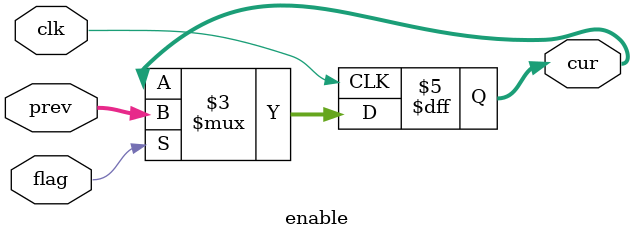
<source format=v>
module enable(prev,cur,flag,clk);
input [31:0] prev;
input flag;
input clk;
output [31:0] cur;

always@(posedge clk)
begin
if(flag)
    cur = prev;
end

endmodule

</source>
